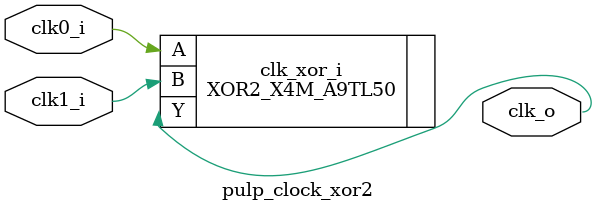
<source format=sv>
module pulp_clock_xor2
(
   input  logic clk0_i,
   input  logic clk1_i,
   output logic clk_o
);


   XOR2_X4M_A9TL50 clk_xor_i 
   (
      .Y(clk_o),
      .A(clk0_i),
      .B(clk1_i) 
   );


endmodule

</source>
